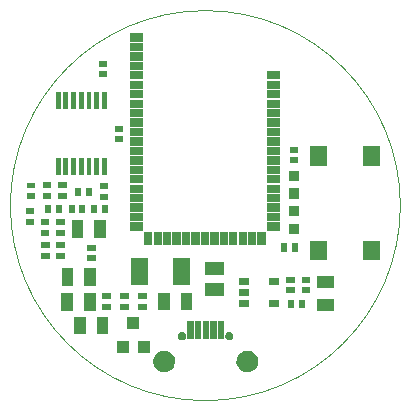
<source format=gts>
G04 (created by PCBNEW (2013-07-07 BZR 4022)-stable) date 3/22/2015 8:37:17 PM*
%MOIN*%
G04 Gerber Fmt 3.4, Leading zero omitted, Abs format*
%FSLAX34Y34*%
G01*
G70*
G90*
G04 APERTURE LIST*
%ADD10C,0.00590551*%
%ADD11C,0.00393701*%
G04 APERTURE END LIST*
G54D10*
G54D11*
X84500Y-52000D02*
G75*
G03X84500Y-52000I-6500J0D01*
G74*
G01*
G54D10*
G36*
X72298Y-52291D02*
X72021Y-52291D01*
X72021Y-52094D01*
X72298Y-52094D01*
X72298Y-52291D01*
X72298Y-52291D01*
G37*
G36*
X72298Y-52645D02*
X72021Y-52645D01*
X72021Y-52448D01*
X72298Y-52448D01*
X72298Y-52645D01*
X72298Y-52645D01*
G37*
G36*
X72329Y-51427D02*
X72052Y-51427D01*
X72052Y-51230D01*
X72329Y-51230D01*
X72329Y-51427D01*
X72329Y-51427D01*
G37*
G36*
X72329Y-51781D02*
X72052Y-51781D01*
X72052Y-51584D01*
X72329Y-51584D01*
X72329Y-51781D01*
X72329Y-51781D01*
G37*
G36*
X72798Y-52651D02*
X72521Y-52651D01*
X72521Y-52454D01*
X72798Y-52454D01*
X72798Y-52651D01*
X72798Y-52651D01*
G37*
G36*
X72798Y-53005D02*
X72521Y-53005D01*
X72521Y-52808D01*
X72798Y-52808D01*
X72798Y-53005D01*
X72798Y-53005D01*
G37*
G36*
X72808Y-53411D02*
X72531Y-53411D01*
X72531Y-53214D01*
X72808Y-53214D01*
X72808Y-53411D01*
X72808Y-53411D01*
G37*
G36*
X72808Y-53765D02*
X72531Y-53765D01*
X72531Y-53568D01*
X72808Y-53568D01*
X72808Y-53765D01*
X72808Y-53765D01*
G37*
G36*
X72861Y-52258D02*
X72664Y-52258D01*
X72664Y-51981D01*
X72861Y-51981D01*
X72861Y-52258D01*
X72861Y-52258D01*
G37*
G36*
X72868Y-51421D02*
X72591Y-51421D01*
X72591Y-51224D01*
X72868Y-51224D01*
X72868Y-51421D01*
X72868Y-51421D01*
G37*
G36*
X72868Y-51775D02*
X72591Y-51775D01*
X72591Y-51578D01*
X72868Y-51578D01*
X72868Y-51775D01*
X72868Y-51775D01*
G37*
G36*
X73174Y-48781D02*
X73015Y-48781D01*
X73015Y-48228D01*
X73174Y-48228D01*
X73174Y-48781D01*
X73174Y-48781D01*
G37*
G36*
X73179Y-50981D02*
X73020Y-50981D01*
X73020Y-50428D01*
X73179Y-50428D01*
X73179Y-50981D01*
X73179Y-50981D01*
G37*
G36*
X73215Y-52258D02*
X73018Y-52258D01*
X73018Y-51981D01*
X73215Y-51981D01*
X73215Y-52258D01*
X73215Y-52258D01*
G37*
G36*
X73308Y-52651D02*
X73031Y-52651D01*
X73031Y-52454D01*
X73308Y-52454D01*
X73308Y-52651D01*
X73308Y-52651D01*
G37*
G36*
X73308Y-53005D02*
X73031Y-53005D01*
X73031Y-52808D01*
X73308Y-52808D01*
X73308Y-53005D01*
X73308Y-53005D01*
G37*
G36*
X73308Y-53411D02*
X73031Y-53411D01*
X73031Y-53214D01*
X73308Y-53214D01*
X73308Y-53411D01*
X73308Y-53411D01*
G37*
G36*
X73308Y-53765D02*
X73031Y-53765D01*
X73031Y-53568D01*
X73308Y-53568D01*
X73308Y-53765D01*
X73308Y-53765D01*
G37*
G36*
X73378Y-51421D02*
X73101Y-51421D01*
X73101Y-51224D01*
X73378Y-51224D01*
X73378Y-51421D01*
X73378Y-51421D01*
G37*
G36*
X73378Y-51775D02*
X73101Y-51775D01*
X73101Y-51578D01*
X73378Y-51578D01*
X73378Y-51775D01*
X73378Y-51775D01*
G37*
G36*
X73429Y-48781D02*
X73270Y-48781D01*
X73270Y-48228D01*
X73429Y-48228D01*
X73429Y-48781D01*
X73429Y-48781D01*
G37*
G36*
X73429Y-50981D02*
X73270Y-50981D01*
X73270Y-50428D01*
X73429Y-50428D01*
X73429Y-50981D01*
X73429Y-50981D01*
G37*
G36*
X73590Y-55510D02*
X73199Y-55510D01*
X73199Y-54919D01*
X73590Y-54919D01*
X73590Y-55510D01*
X73590Y-55510D01*
G37*
G36*
X73600Y-54665D02*
X73209Y-54665D01*
X73209Y-54074D01*
X73600Y-54074D01*
X73600Y-54665D01*
X73600Y-54665D01*
G37*
G36*
X73641Y-52258D02*
X73444Y-52258D01*
X73444Y-51981D01*
X73641Y-51981D01*
X73641Y-52258D01*
X73641Y-52258D01*
G37*
G36*
X73684Y-48781D02*
X73525Y-48781D01*
X73525Y-48228D01*
X73684Y-48228D01*
X73684Y-48781D01*
X73684Y-48781D01*
G37*
G36*
X73689Y-50981D02*
X73530Y-50981D01*
X73530Y-50428D01*
X73689Y-50428D01*
X73689Y-50981D01*
X73689Y-50981D01*
G37*
G36*
X73865Y-51677D02*
X73668Y-51677D01*
X73668Y-51400D01*
X73865Y-51400D01*
X73865Y-51677D01*
X73865Y-51677D01*
G37*
G36*
X73930Y-53065D02*
X73539Y-53065D01*
X73539Y-52474D01*
X73930Y-52474D01*
X73930Y-53065D01*
X73930Y-53065D01*
G37*
G36*
X73939Y-48781D02*
X73780Y-48781D01*
X73780Y-48228D01*
X73939Y-48228D01*
X73939Y-48781D01*
X73939Y-48781D01*
G37*
G36*
X73939Y-50981D02*
X73780Y-50981D01*
X73780Y-50428D01*
X73939Y-50428D01*
X73939Y-50981D01*
X73939Y-50981D01*
G37*
G36*
X73995Y-52258D02*
X73798Y-52258D01*
X73798Y-51981D01*
X73995Y-51981D01*
X73995Y-52258D01*
X73995Y-52258D01*
G37*
G36*
X74020Y-56295D02*
X73629Y-56295D01*
X73629Y-55704D01*
X74020Y-55704D01*
X74020Y-56295D01*
X74020Y-56295D01*
G37*
G36*
X74199Y-48781D02*
X74040Y-48781D01*
X74040Y-48228D01*
X74199Y-48228D01*
X74199Y-48781D01*
X74199Y-48781D01*
G37*
G36*
X74199Y-50981D02*
X74040Y-50981D01*
X74040Y-50428D01*
X74199Y-50428D01*
X74199Y-50981D01*
X74199Y-50981D01*
G37*
G36*
X74219Y-51677D02*
X74022Y-51677D01*
X74022Y-51400D01*
X74219Y-51400D01*
X74219Y-51677D01*
X74219Y-51677D01*
G37*
G36*
X74338Y-53499D02*
X74061Y-53499D01*
X74061Y-53302D01*
X74338Y-53302D01*
X74338Y-53499D01*
X74338Y-53499D01*
G37*
G36*
X74338Y-53853D02*
X74061Y-53853D01*
X74061Y-53656D01*
X74338Y-53656D01*
X74338Y-53853D01*
X74338Y-53853D01*
G37*
G36*
X74340Y-55510D02*
X73949Y-55510D01*
X73949Y-54919D01*
X74340Y-54919D01*
X74340Y-55510D01*
X74340Y-55510D01*
G37*
G36*
X74350Y-54665D02*
X73959Y-54665D01*
X73959Y-54074D01*
X74350Y-54074D01*
X74350Y-54665D01*
X74350Y-54665D01*
G37*
G36*
X74396Y-52257D02*
X74199Y-52257D01*
X74199Y-51980D01*
X74396Y-51980D01*
X74396Y-52257D01*
X74396Y-52257D01*
G37*
G36*
X74454Y-48781D02*
X74295Y-48781D01*
X74295Y-48228D01*
X74454Y-48228D01*
X74454Y-48781D01*
X74454Y-48781D01*
G37*
G36*
X74454Y-50981D02*
X74295Y-50981D01*
X74295Y-50428D01*
X74454Y-50428D01*
X74454Y-50981D01*
X74454Y-50981D01*
G37*
G36*
X74680Y-53065D02*
X74289Y-53065D01*
X74289Y-52474D01*
X74680Y-52474D01*
X74680Y-53065D01*
X74680Y-53065D01*
G37*
G36*
X74709Y-48781D02*
X74550Y-48781D01*
X74550Y-48228D01*
X74709Y-48228D01*
X74709Y-48781D01*
X74709Y-48781D01*
G37*
G36*
X74709Y-50981D02*
X74550Y-50981D01*
X74550Y-50428D01*
X74709Y-50428D01*
X74709Y-50981D01*
X74709Y-50981D01*
G37*
G36*
X74733Y-47366D02*
X74456Y-47366D01*
X74456Y-47169D01*
X74733Y-47169D01*
X74733Y-47366D01*
X74733Y-47366D01*
G37*
G36*
X74733Y-47720D02*
X74456Y-47720D01*
X74456Y-47523D01*
X74733Y-47523D01*
X74733Y-47720D01*
X74733Y-47720D01*
G37*
G36*
X74750Y-52257D02*
X74553Y-52257D01*
X74553Y-51980D01*
X74750Y-51980D01*
X74750Y-52257D01*
X74750Y-52257D01*
G37*
G36*
X74766Y-51442D02*
X74489Y-51442D01*
X74489Y-51245D01*
X74766Y-51245D01*
X74766Y-51442D01*
X74766Y-51442D01*
G37*
G36*
X74766Y-51796D02*
X74489Y-51796D01*
X74489Y-51599D01*
X74766Y-51599D01*
X74766Y-51796D01*
X74766Y-51796D01*
G37*
G36*
X74770Y-56295D02*
X74379Y-56295D01*
X74379Y-55704D01*
X74770Y-55704D01*
X74770Y-56295D01*
X74770Y-56295D01*
G37*
G36*
X74838Y-55121D02*
X74561Y-55121D01*
X74561Y-54924D01*
X74838Y-54924D01*
X74838Y-55121D01*
X74838Y-55121D01*
G37*
G36*
X74838Y-55475D02*
X74561Y-55475D01*
X74561Y-55278D01*
X74838Y-55278D01*
X74838Y-55475D01*
X74838Y-55475D01*
G37*
G36*
X75248Y-49530D02*
X74971Y-49530D01*
X74971Y-49333D01*
X75248Y-49333D01*
X75248Y-49530D01*
X75248Y-49530D01*
G37*
G36*
X75248Y-49884D02*
X74971Y-49884D01*
X74971Y-49687D01*
X75248Y-49687D01*
X75248Y-49884D01*
X75248Y-49884D01*
G37*
G36*
X75438Y-55121D02*
X75161Y-55121D01*
X75161Y-54924D01*
X75438Y-54924D01*
X75438Y-55121D01*
X75438Y-55121D01*
G37*
G36*
X75438Y-55475D02*
X75161Y-55475D01*
X75161Y-55278D01*
X75438Y-55278D01*
X75438Y-55475D01*
X75438Y-55475D01*
G37*
G36*
X75450Y-56900D02*
X75049Y-56900D01*
X75049Y-56499D01*
X75450Y-56499D01*
X75450Y-56900D01*
X75450Y-56900D01*
G37*
G36*
X75800Y-56100D02*
X75399Y-56100D01*
X75399Y-55699D01*
X75800Y-55699D01*
X75800Y-56100D01*
X75800Y-56100D01*
G37*
G36*
X75918Y-46535D02*
X75485Y-46535D01*
X75485Y-46260D01*
X75918Y-46260D01*
X75918Y-46535D01*
X75918Y-46535D01*
G37*
G36*
X75918Y-46850D02*
X75485Y-46850D01*
X75485Y-46574D01*
X75918Y-46574D01*
X75918Y-46850D01*
X75918Y-46850D01*
G37*
G36*
X75918Y-47165D02*
X75485Y-47165D01*
X75485Y-46889D01*
X75918Y-46889D01*
X75918Y-47165D01*
X75918Y-47165D01*
G37*
G36*
X75918Y-47480D02*
X75485Y-47480D01*
X75485Y-47204D01*
X75918Y-47204D01*
X75918Y-47480D01*
X75918Y-47480D01*
G37*
G36*
X75918Y-47795D02*
X75485Y-47795D01*
X75485Y-47519D01*
X75918Y-47519D01*
X75918Y-47795D01*
X75918Y-47795D01*
G37*
G36*
X75918Y-48110D02*
X75485Y-48110D01*
X75485Y-47834D01*
X75918Y-47834D01*
X75918Y-48110D01*
X75918Y-48110D01*
G37*
G36*
X75918Y-48425D02*
X75485Y-48425D01*
X75485Y-48149D01*
X75918Y-48149D01*
X75918Y-48425D01*
X75918Y-48425D01*
G37*
G36*
X75918Y-48740D02*
X75485Y-48740D01*
X75485Y-48464D01*
X75918Y-48464D01*
X75918Y-48740D01*
X75918Y-48740D01*
G37*
G36*
X75918Y-49055D02*
X75485Y-49055D01*
X75485Y-48779D01*
X75918Y-48779D01*
X75918Y-49055D01*
X75918Y-49055D01*
G37*
G36*
X75918Y-49370D02*
X75485Y-49370D01*
X75485Y-49094D01*
X75918Y-49094D01*
X75918Y-49370D01*
X75918Y-49370D01*
G37*
G36*
X75918Y-49685D02*
X75485Y-49685D01*
X75485Y-49409D01*
X75918Y-49409D01*
X75918Y-49685D01*
X75918Y-49685D01*
G37*
G36*
X75918Y-50000D02*
X75485Y-50000D01*
X75485Y-49724D01*
X75918Y-49724D01*
X75918Y-50000D01*
X75918Y-50000D01*
G37*
G36*
X75918Y-50315D02*
X75485Y-50315D01*
X75485Y-50039D01*
X75918Y-50039D01*
X75918Y-50315D01*
X75918Y-50315D01*
G37*
G36*
X75918Y-50630D02*
X75485Y-50630D01*
X75485Y-50354D01*
X75918Y-50354D01*
X75918Y-50630D01*
X75918Y-50630D01*
G37*
G36*
X75918Y-50945D02*
X75485Y-50945D01*
X75485Y-50669D01*
X75918Y-50669D01*
X75918Y-50945D01*
X75918Y-50945D01*
G37*
G36*
X75918Y-51260D02*
X75485Y-51260D01*
X75485Y-50984D01*
X75918Y-50984D01*
X75918Y-51260D01*
X75918Y-51260D01*
G37*
G36*
X75918Y-51575D02*
X75485Y-51575D01*
X75485Y-51299D01*
X75918Y-51299D01*
X75918Y-51575D01*
X75918Y-51575D01*
G37*
G36*
X75918Y-51890D02*
X75485Y-51890D01*
X75485Y-51614D01*
X75918Y-51614D01*
X75918Y-51890D01*
X75918Y-51890D01*
G37*
G36*
X75918Y-52205D02*
X75485Y-52205D01*
X75485Y-51929D01*
X75918Y-51929D01*
X75918Y-52205D01*
X75918Y-52205D01*
G37*
G36*
X75918Y-52520D02*
X75485Y-52520D01*
X75485Y-52244D01*
X75918Y-52244D01*
X75918Y-52520D01*
X75918Y-52520D01*
G37*
G36*
X75918Y-52835D02*
X75485Y-52835D01*
X75485Y-52559D01*
X75918Y-52559D01*
X75918Y-52835D01*
X75918Y-52835D01*
G37*
G36*
X76038Y-55121D02*
X75761Y-55121D01*
X75761Y-54924D01*
X76038Y-54924D01*
X76038Y-55121D01*
X76038Y-55121D01*
G37*
G36*
X76038Y-55475D02*
X75761Y-55475D01*
X75761Y-55278D01*
X76038Y-55278D01*
X76038Y-55475D01*
X76038Y-55475D01*
G37*
G36*
X76089Y-54643D02*
X75510Y-54643D01*
X75510Y-53756D01*
X76089Y-53756D01*
X76089Y-54643D01*
X76089Y-54643D01*
G37*
G36*
X76150Y-56900D02*
X75749Y-56900D01*
X75749Y-56499D01*
X76150Y-56499D01*
X76150Y-56900D01*
X76150Y-56900D01*
G37*
G36*
X76233Y-53307D02*
X75957Y-53307D01*
X75957Y-52874D01*
X76233Y-52874D01*
X76233Y-53307D01*
X76233Y-53307D01*
G37*
G36*
X76548Y-53307D02*
X76272Y-53307D01*
X76272Y-52874D01*
X76548Y-52874D01*
X76548Y-53307D01*
X76548Y-53307D01*
G37*
G36*
X76820Y-55495D02*
X76429Y-55495D01*
X76429Y-54904D01*
X76820Y-54904D01*
X76820Y-55495D01*
X76820Y-55495D01*
G37*
G36*
X76863Y-53307D02*
X76587Y-53307D01*
X76587Y-52874D01*
X76863Y-52874D01*
X76863Y-53307D01*
X76863Y-53307D01*
G37*
G36*
X76986Y-57160D02*
X76984Y-57240D01*
X76968Y-57310D01*
X76940Y-57374D01*
X76898Y-57433D01*
X76848Y-57481D01*
X76787Y-57520D01*
X76722Y-57545D01*
X76651Y-57557D01*
X76581Y-57556D01*
X76511Y-57540D01*
X76447Y-57512D01*
X76388Y-57471D01*
X76339Y-57421D01*
X76300Y-57360D01*
X76275Y-57296D01*
X76261Y-57224D01*
X76262Y-57155D01*
X76277Y-57084D01*
X76305Y-57020D01*
X76346Y-56961D01*
X76395Y-56912D01*
X76456Y-56872D01*
X76520Y-56846D01*
X76592Y-56833D01*
X76661Y-56833D01*
X76732Y-56848D01*
X76796Y-56875D01*
X76856Y-56915D01*
X76905Y-56964D01*
X76945Y-57024D01*
X76945Y-57025D01*
X76971Y-57089D01*
X76985Y-57159D01*
X76986Y-57160D01*
X76986Y-57160D01*
G37*
G36*
X77178Y-53307D02*
X76902Y-53307D01*
X76902Y-52874D01*
X77178Y-52874D01*
X77178Y-53307D01*
X77178Y-53307D01*
G37*
G36*
X77360Y-56336D02*
X77359Y-56365D01*
X77353Y-56392D01*
X77343Y-56415D01*
X77327Y-56438D01*
X77308Y-56455D01*
X77285Y-56470D01*
X77261Y-56479D01*
X77234Y-56484D01*
X77209Y-56484D01*
X77181Y-56477D01*
X77158Y-56467D01*
X77135Y-56451D01*
X77118Y-56433D01*
X77103Y-56410D01*
X77094Y-56387D01*
X77088Y-56359D01*
X77089Y-56334D01*
X77095Y-56306D01*
X77104Y-56284D01*
X77120Y-56260D01*
X77138Y-56243D01*
X77162Y-56227D01*
X77185Y-56218D01*
X77213Y-56213D01*
X77237Y-56213D01*
X77265Y-56219D01*
X77288Y-56228D01*
X77312Y-56244D01*
X77329Y-56262D01*
X77344Y-56285D01*
X77345Y-56285D01*
X77354Y-56308D01*
X77359Y-56335D01*
X77360Y-56336D01*
X77360Y-56336D01*
G37*
G36*
X77489Y-54643D02*
X76910Y-54643D01*
X76910Y-53756D01*
X77489Y-53756D01*
X77489Y-54643D01*
X77489Y-54643D01*
G37*
G36*
X77493Y-53307D02*
X77217Y-53307D01*
X77217Y-52874D01*
X77493Y-52874D01*
X77493Y-53307D01*
X77493Y-53307D01*
G37*
G36*
X77570Y-55495D02*
X77179Y-55495D01*
X77179Y-54904D01*
X77570Y-54904D01*
X77570Y-55495D01*
X77570Y-55495D01*
G37*
G36*
X77606Y-56435D02*
X77394Y-56435D01*
X77394Y-55849D01*
X77606Y-55849D01*
X77606Y-56435D01*
X77606Y-56435D01*
G37*
G36*
X77808Y-53307D02*
X77532Y-53307D01*
X77532Y-52874D01*
X77808Y-52874D01*
X77808Y-53307D01*
X77808Y-53307D01*
G37*
G36*
X77862Y-56435D02*
X77650Y-56435D01*
X77650Y-55849D01*
X77862Y-55849D01*
X77862Y-56435D01*
X77862Y-56435D01*
G37*
G36*
X78117Y-56435D02*
X77906Y-56435D01*
X77906Y-55849D01*
X78117Y-55849D01*
X78117Y-56435D01*
X78117Y-56435D01*
G37*
G36*
X78123Y-53307D02*
X77847Y-53307D01*
X77847Y-52874D01*
X78123Y-52874D01*
X78123Y-53307D01*
X78123Y-53307D01*
G37*
G36*
X78373Y-56435D02*
X78161Y-56435D01*
X78161Y-55849D01*
X78373Y-55849D01*
X78373Y-56435D01*
X78373Y-56435D01*
G37*
G36*
X78438Y-53307D02*
X78162Y-53307D01*
X78162Y-52874D01*
X78438Y-52874D01*
X78438Y-53307D01*
X78438Y-53307D01*
G37*
G36*
X78615Y-54316D02*
X77984Y-54316D01*
X77984Y-53883D01*
X78615Y-53883D01*
X78615Y-54316D01*
X78615Y-54316D01*
G37*
G36*
X78615Y-55016D02*
X77984Y-55016D01*
X77984Y-54583D01*
X78615Y-54583D01*
X78615Y-55016D01*
X78615Y-55016D01*
G37*
G36*
X78629Y-56435D02*
X78417Y-56435D01*
X78417Y-55849D01*
X78629Y-55849D01*
X78629Y-56435D01*
X78629Y-56435D01*
G37*
G36*
X78753Y-53307D02*
X78477Y-53307D01*
X78477Y-52874D01*
X78753Y-52874D01*
X78753Y-53307D01*
X78753Y-53307D01*
G37*
G36*
X78934Y-56336D02*
X78934Y-56365D01*
X78927Y-56392D01*
X78917Y-56415D01*
X78901Y-56438D01*
X78883Y-56455D01*
X78859Y-56470D01*
X78836Y-56479D01*
X78808Y-56484D01*
X78783Y-56484D01*
X78756Y-56477D01*
X78733Y-56467D01*
X78710Y-56451D01*
X78692Y-56433D01*
X78677Y-56410D01*
X78668Y-56387D01*
X78663Y-56359D01*
X78663Y-56334D01*
X78669Y-56306D01*
X78679Y-56284D01*
X78695Y-56260D01*
X78713Y-56243D01*
X78736Y-56227D01*
X78759Y-56218D01*
X78787Y-56213D01*
X78812Y-56213D01*
X78840Y-56219D01*
X78862Y-56228D01*
X78886Y-56244D01*
X78903Y-56262D01*
X78919Y-56285D01*
X78919Y-56285D01*
X78928Y-56308D01*
X78934Y-56335D01*
X78934Y-56336D01*
X78934Y-56336D01*
G37*
G36*
X79068Y-53307D02*
X78792Y-53307D01*
X78792Y-52874D01*
X79068Y-52874D01*
X79068Y-53307D01*
X79068Y-53307D01*
G37*
G36*
X79383Y-53307D02*
X79107Y-53307D01*
X79107Y-52874D01*
X79383Y-52874D01*
X79383Y-53307D01*
X79383Y-53307D01*
G37*
G36*
X79455Y-54645D02*
X79114Y-54645D01*
X79114Y-54404D01*
X79455Y-54404D01*
X79455Y-54645D01*
X79455Y-54645D01*
G37*
G36*
X79455Y-55020D02*
X79114Y-55020D01*
X79114Y-54779D01*
X79455Y-54779D01*
X79455Y-55020D01*
X79455Y-55020D01*
G37*
G36*
X79455Y-55395D02*
X79114Y-55395D01*
X79114Y-55154D01*
X79455Y-55154D01*
X79455Y-55395D01*
X79455Y-55395D01*
G37*
G36*
X79698Y-53307D02*
X79422Y-53307D01*
X79422Y-52874D01*
X79698Y-52874D01*
X79698Y-53307D01*
X79698Y-53307D01*
G37*
G36*
X79761Y-57160D02*
X79760Y-57240D01*
X79744Y-57310D01*
X79716Y-57374D01*
X79674Y-57433D01*
X79624Y-57481D01*
X79563Y-57520D01*
X79498Y-57545D01*
X79426Y-57557D01*
X79357Y-57556D01*
X79286Y-57540D01*
X79223Y-57512D01*
X79163Y-57471D01*
X79115Y-57421D01*
X79076Y-57360D01*
X79050Y-57296D01*
X79037Y-57224D01*
X79038Y-57155D01*
X79053Y-57084D01*
X79080Y-57020D01*
X79121Y-56961D01*
X79171Y-56912D01*
X79232Y-56872D01*
X79296Y-56846D01*
X79367Y-56833D01*
X79436Y-56833D01*
X79508Y-56848D01*
X79571Y-56875D01*
X79632Y-56915D01*
X79680Y-56964D01*
X79720Y-57024D01*
X79721Y-57025D01*
X79747Y-57089D01*
X79761Y-57159D01*
X79761Y-57160D01*
X79761Y-57160D01*
G37*
G36*
X80013Y-53307D02*
X79737Y-53307D01*
X79737Y-52874D01*
X80013Y-52874D01*
X80013Y-53307D01*
X80013Y-53307D01*
G37*
G36*
X80455Y-54645D02*
X80114Y-54645D01*
X80114Y-54404D01*
X80455Y-54404D01*
X80455Y-54645D01*
X80455Y-54645D01*
G37*
G36*
X80455Y-55395D02*
X80114Y-55395D01*
X80114Y-55154D01*
X80455Y-55154D01*
X80455Y-55395D01*
X80455Y-55395D01*
G37*
G36*
X80485Y-47795D02*
X80052Y-47795D01*
X80052Y-47519D01*
X80485Y-47519D01*
X80485Y-47795D01*
X80485Y-47795D01*
G37*
G36*
X80485Y-48110D02*
X80052Y-48110D01*
X80052Y-47834D01*
X80485Y-47834D01*
X80485Y-48110D01*
X80485Y-48110D01*
G37*
G36*
X80485Y-48425D02*
X80052Y-48425D01*
X80052Y-48149D01*
X80485Y-48149D01*
X80485Y-48425D01*
X80485Y-48425D01*
G37*
G36*
X80485Y-48740D02*
X80052Y-48740D01*
X80052Y-48464D01*
X80485Y-48464D01*
X80485Y-48740D01*
X80485Y-48740D01*
G37*
G36*
X80485Y-49055D02*
X80052Y-49055D01*
X80052Y-48779D01*
X80485Y-48779D01*
X80485Y-49055D01*
X80485Y-49055D01*
G37*
G36*
X80485Y-49370D02*
X80052Y-49370D01*
X80052Y-49094D01*
X80485Y-49094D01*
X80485Y-49370D01*
X80485Y-49370D01*
G37*
G36*
X80485Y-49685D02*
X80052Y-49685D01*
X80052Y-49409D01*
X80485Y-49409D01*
X80485Y-49685D01*
X80485Y-49685D01*
G37*
G36*
X80485Y-50000D02*
X80052Y-50000D01*
X80052Y-49724D01*
X80485Y-49724D01*
X80485Y-50000D01*
X80485Y-50000D01*
G37*
G36*
X80485Y-50315D02*
X80052Y-50315D01*
X80052Y-50039D01*
X80485Y-50039D01*
X80485Y-50315D01*
X80485Y-50315D01*
G37*
G36*
X80485Y-50630D02*
X80052Y-50630D01*
X80052Y-50354D01*
X80485Y-50354D01*
X80485Y-50630D01*
X80485Y-50630D01*
G37*
G36*
X80485Y-50945D02*
X80052Y-50945D01*
X80052Y-50669D01*
X80485Y-50669D01*
X80485Y-50945D01*
X80485Y-50945D01*
G37*
G36*
X80485Y-51260D02*
X80052Y-51260D01*
X80052Y-50984D01*
X80485Y-50984D01*
X80485Y-51260D01*
X80485Y-51260D01*
G37*
G36*
X80485Y-51575D02*
X80052Y-51575D01*
X80052Y-51299D01*
X80485Y-51299D01*
X80485Y-51575D01*
X80485Y-51575D01*
G37*
G36*
X80485Y-51890D02*
X80052Y-51890D01*
X80052Y-51614D01*
X80485Y-51614D01*
X80485Y-51890D01*
X80485Y-51890D01*
G37*
G36*
X80485Y-52205D02*
X80052Y-52205D01*
X80052Y-51929D01*
X80485Y-51929D01*
X80485Y-52205D01*
X80485Y-52205D01*
G37*
G36*
X80485Y-52520D02*
X80052Y-52520D01*
X80052Y-52244D01*
X80485Y-52244D01*
X80485Y-52520D01*
X80485Y-52520D01*
G37*
G36*
X80485Y-52835D02*
X80052Y-52835D01*
X80052Y-52559D01*
X80485Y-52559D01*
X80485Y-52835D01*
X80485Y-52835D01*
G37*
G36*
X80721Y-53538D02*
X80524Y-53538D01*
X80524Y-53261D01*
X80721Y-53261D01*
X80721Y-53538D01*
X80721Y-53538D01*
G37*
G36*
X80966Y-55428D02*
X80769Y-55428D01*
X80769Y-55151D01*
X80966Y-55151D01*
X80966Y-55428D01*
X80966Y-55428D01*
G37*
G36*
X80973Y-54566D02*
X80696Y-54566D01*
X80696Y-54369D01*
X80973Y-54369D01*
X80973Y-54566D01*
X80973Y-54566D01*
G37*
G36*
X80973Y-54920D02*
X80696Y-54920D01*
X80696Y-54723D01*
X80973Y-54723D01*
X80973Y-54920D01*
X80973Y-54920D01*
G37*
G36*
X81075Y-53538D02*
X80878Y-53538D01*
X80878Y-53261D01*
X81075Y-53261D01*
X81075Y-53538D01*
X81075Y-53538D01*
G37*
G36*
X81088Y-50231D02*
X80811Y-50231D01*
X80811Y-50034D01*
X81088Y-50034D01*
X81088Y-50231D01*
X81088Y-50231D01*
G37*
G36*
X81088Y-50585D02*
X80811Y-50585D01*
X80811Y-50388D01*
X81088Y-50388D01*
X81088Y-50585D01*
X81088Y-50585D01*
G37*
G36*
X81127Y-51192D02*
X80772Y-51192D01*
X80772Y-50837D01*
X81127Y-50837D01*
X81127Y-51192D01*
X81127Y-51192D01*
G37*
G36*
X81127Y-51782D02*
X80772Y-51782D01*
X80772Y-51427D01*
X81127Y-51427D01*
X81127Y-51782D01*
X81127Y-51782D01*
G37*
G36*
X81137Y-52362D02*
X80782Y-52362D01*
X80782Y-52007D01*
X81137Y-52007D01*
X81137Y-52362D01*
X81137Y-52362D01*
G37*
G36*
X81137Y-52952D02*
X80782Y-52952D01*
X80782Y-52597D01*
X81137Y-52597D01*
X81137Y-52952D01*
X81137Y-52952D01*
G37*
G36*
X81320Y-55428D02*
X81123Y-55428D01*
X81123Y-55151D01*
X81320Y-55151D01*
X81320Y-55428D01*
X81320Y-55428D01*
G37*
G36*
X81483Y-54566D02*
X81206Y-54566D01*
X81206Y-54369D01*
X81483Y-54369D01*
X81483Y-54566D01*
X81483Y-54566D01*
G37*
G36*
X81483Y-54920D02*
X81206Y-54920D01*
X81206Y-54723D01*
X81483Y-54723D01*
X81483Y-54920D01*
X81483Y-54920D01*
G37*
G36*
X82040Y-50676D02*
X81489Y-50676D01*
X81489Y-50025D01*
X82040Y-50025D01*
X82040Y-50676D01*
X82040Y-50676D01*
G37*
G36*
X82040Y-53824D02*
X81489Y-53824D01*
X81489Y-53173D01*
X82040Y-53173D01*
X82040Y-53824D01*
X82040Y-53824D01*
G37*
G36*
X82300Y-54750D02*
X81709Y-54750D01*
X81709Y-54359D01*
X82300Y-54359D01*
X82300Y-54750D01*
X82300Y-54750D01*
G37*
G36*
X82300Y-55500D02*
X81709Y-55500D01*
X81709Y-55109D01*
X82300Y-55109D01*
X82300Y-55500D01*
X82300Y-55500D01*
G37*
G36*
X83810Y-50676D02*
X83259Y-50676D01*
X83259Y-50025D01*
X83810Y-50025D01*
X83810Y-50676D01*
X83810Y-50676D01*
G37*
G36*
X83810Y-53824D02*
X83259Y-53824D01*
X83259Y-53173D01*
X83810Y-53173D01*
X83810Y-53824D01*
X83810Y-53824D01*
G37*
M02*

</source>
